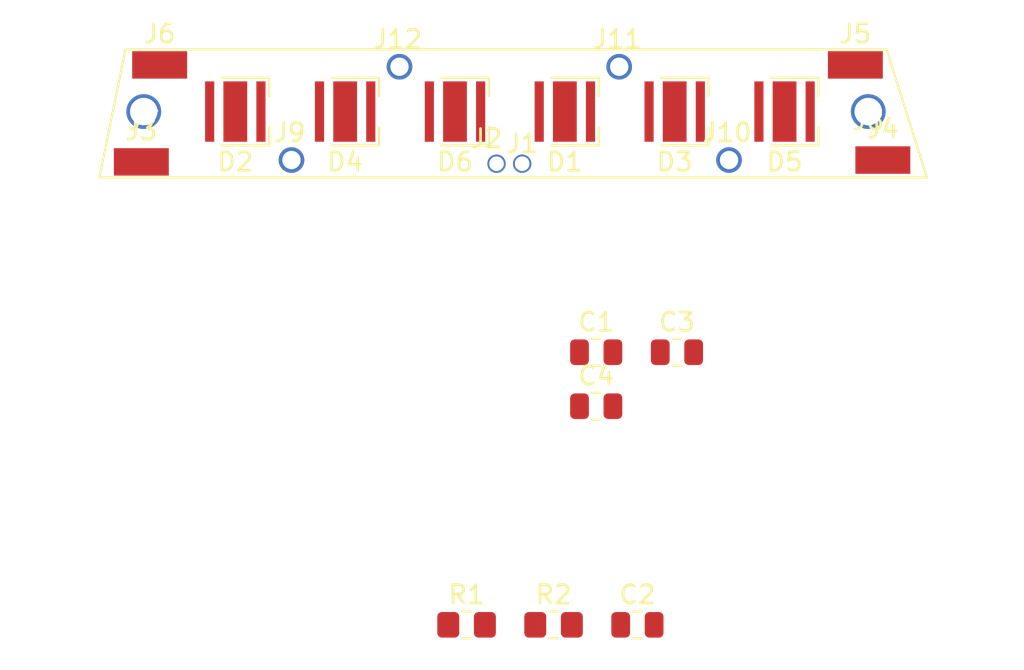
<source format=kicad_pcb>
(kicad_pcb (version 20171130) (host pcbnew "(5.1.9)-1")

  (general
    (thickness 1.6)
    (drawings 4)
    (tracks 0)
    (zones 0)
    (modules 24)
    (nets 10)
  )

  (page A4)
  (layers
    (0 F.Cu signal)
    (31 B.Cu signal)
    (32 B.Adhes user)
    (33 F.Adhes user)
    (34 B.Paste user)
    (35 F.Paste user)
    (36 B.SilkS user)
    (37 F.SilkS user)
    (38 B.Mask user)
    (39 F.Mask user)
    (40 Dwgs.User user)
    (41 Cmts.User user)
    (42 Eco1.User user)
    (43 Eco2.User user)
    (44 Edge.Cuts user)
    (45 Margin user)
    (46 B.CrtYd user)
    (47 F.CrtYd user)
    (48 B.Fab user)
    (49 F.Fab user)
  )

  (setup
    (last_trace_width 0.25)
    (trace_clearance 0.2)
    (zone_clearance 0.508)
    (zone_45_only no)
    (trace_min 0.2)
    (via_size 0.8)
    (via_drill 0.4)
    (via_min_size 0.4)
    (via_min_drill 0.3)
    (uvia_size 0.3)
    (uvia_drill 0.1)
    (uvias_allowed no)
    (uvia_min_size 0.2)
    (uvia_min_drill 0.1)
    (edge_width 0.05)
    (segment_width 0.2)
    (pcb_text_width 0.3)
    (pcb_text_size 1.5 1.5)
    (mod_edge_width 0.12)
    (mod_text_size 1 1)
    (mod_text_width 0.15)
    (pad_size 1.3 3.3)
    (pad_drill 0)
    (pad_to_mask_clearance 0)
    (aux_axis_origin 0 0)
    (visible_elements 7FFFFFFF)
    (pcbplotparams
      (layerselection 0x010fc_ffffffff)
      (usegerberextensions false)
      (usegerberattributes true)
      (usegerberadvancedattributes true)
      (creategerberjobfile true)
      (excludeedgelayer true)
      (linewidth 0.100000)
      (plotframeref false)
      (viasonmask false)
      (mode 1)
      (useauxorigin false)
      (hpglpennumber 1)
      (hpglpenspeed 20)
      (hpglpendiameter 15.000000)
      (psnegative false)
      (psa4output false)
      (plotreference true)
      (plotvalue true)
      (plotinvisibletext false)
      (padsonsilk false)
      (subtractmaskfromsilk false)
      (outputformat 1)
      (mirror false)
      (drillshape 1)
      (scaleselection 1)
      (outputdirectory ""))
  )

  (net 0 "")
  (net 1 "Net-(C1-Pad1)")
  (net 2 "Net-(C1-Pad2)")
  (net 3 "Net-(D1-Pad1)")
  (net 4 "Net-(D2-Pad1)")
  (net 5 "Net-(D3-Pad1)")
  (net 6 "Net-(D4-Pad1)")
  (net 7 "Net-(D5-Pad1)")
  (net 8 "Net-(D6-Pad1)")
  (net 9 GND)

  (net_class Default "This is the default net class."
    (clearance 0.2)
    (trace_width 0.25)
    (via_dia 0.8)
    (via_drill 0.4)
    (uvia_dia 0.3)
    (uvia_drill 0.1)
    (add_net GND)
    (add_net "Net-(C1-Pad1)")
    (add_net "Net-(C1-Pad2)")
    (add_net "Net-(D1-Pad1)")
    (add_net "Net-(D2-Pad1)")
    (add_net "Net-(D3-Pad1)")
    (add_net "Net-(D4-Pad1)")
    (add_net "Net-(D5-Pad1)")
    (add_net "Net-(D6-Pad1)")
  )

  (module pins:WireSidePlate_001 (layer F.Cu) (tedit 61220B6C) (tstamp 61224DC8)
    (at 2.4 7.6)
    (path /6121E8A1)
    (fp_text reference J3 (at 0 0.5) (layer F.SilkS)
      (effects (font (size 1 1) (thickness 0.15)))
    )
    (fp_text value Conn_01x01_Female (at 0 -0.5) (layer F.Fab)
      (effects (font (size 1 1) (thickness 0.15)))
    )
    (pad 1 smd rect (at 0 2.2) (size 3 1.5) (layers F.Cu F.Paste F.Mask)
      (net 9 GND))
  )

  (module pins:WireSidePlate_001 (layer F.Cu) (tedit 61220B6C) (tstamp 61224DCD)
    (at 42.9 7.5)
    (path /6121F038)
    (fp_text reference J4 (at 0 0.5) (layer F.SilkS)
      (effects (font (size 1 1) (thickness 0.15)))
    )
    (fp_text value Conn_01x01_Female (at 0 -0.5) (layer F.Fab)
      (effects (font (size 1 1) (thickness 0.15)))
    )
    (pad 1 smd rect (at 0 2.2) (size 3 1.5) (layers F.Cu F.Paste F.Mask)
      (net 9 GND))
  )

  (module pins:WireSidePlate_001 (layer F.Cu) (tedit 61220B6C) (tstamp 61224DD2)
    (at 41.4 2.3)
    (path /6121F999)
    (fp_text reference J5 (at 0 0.5) (layer F.SilkS)
      (effects (font (size 1 1) (thickness 0.15)))
    )
    (fp_text value Conn_01x01_Female (at 0 -0.5) (layer F.Fab)
      (effects (font (size 1 1) (thickness 0.15)))
    )
    (pad 1 smd rect (at 0 2.2) (size 3 1.5) (layers F.Cu F.Paste F.Mask)
      (net 9 GND))
  )

  (module pins:WireSidePlate_001 (layer F.Cu) (tedit 61220B6C) (tstamp 61224DD7)
    (at 3.4 2.3)
    (path /6122010A)
    (fp_text reference J6 (at 0 0.5) (layer F.SilkS)
      (effects (font (size 1 1) (thickness 0.15)))
    )
    (fp_text value Conn_01x01_Female (at 0 -0.5) (layer F.Fab)
      (effects (font (size 1 1) (thickness 0.15)))
    )
    (pad 1 smd rect (at 0 2.2) (size 3 1.5) (layers F.Cu F.Paste F.Mask)
      (net 9 GND))
  )

  (module Resistor_SMD:R_0805_2012Metric (layer F.Cu) (tedit 5F68FEEE) (tstamp 611C9952)
    (at 27.245001 20.205001)
    (descr "Resistor SMD 0805 (2012 Metric), square (rectangular) end terminal, IPC_7351 nominal, (Body size source: IPC-SM-782 page 72, https://www.pcb-3d.com/wordpress/wp-content/uploads/ipc-sm-782a_amendment_1_and_2.pdf), generated with kicad-footprint-generator")
    (tags resistor)
    (path /611CE72F)
    (attr smd)
    (fp_text reference C1 (at 0 -1.65) (layer F.SilkS)
      (effects (font (size 1 1) (thickness 0.15)))
    )
    (fp_text value C (at 0 1.65) (layer F.Fab)
      (effects (font (size 1 1) (thickness 0.15)))
    )
    (fp_line (start -1 0.625) (end -1 -0.625) (layer F.Fab) (width 0.1))
    (fp_line (start -1 -0.625) (end 1 -0.625) (layer F.Fab) (width 0.1))
    (fp_line (start 1 -0.625) (end 1 0.625) (layer F.Fab) (width 0.1))
    (fp_line (start 1 0.625) (end -1 0.625) (layer F.Fab) (width 0.1))
    (fp_line (start -0.227064 -0.735) (end 0.227064 -0.735) (layer F.SilkS) (width 0.12))
    (fp_line (start -0.227064 0.735) (end 0.227064 0.735) (layer F.SilkS) (width 0.12))
    (fp_line (start -1.68 0.95) (end -1.68 -0.95) (layer F.CrtYd) (width 0.05))
    (fp_line (start -1.68 -0.95) (end 1.68 -0.95) (layer F.CrtYd) (width 0.05))
    (fp_line (start 1.68 -0.95) (end 1.68 0.95) (layer F.CrtYd) (width 0.05))
    (fp_line (start 1.68 0.95) (end -1.68 0.95) (layer F.CrtYd) (width 0.05))
    (fp_text user %R (at 0 0) (layer F.Fab)
      (effects (font (size 0.5 0.5) (thickness 0.08)))
    )
    (pad 1 smd roundrect (at -0.9125 0) (size 1.025 1.4) (layers F.Cu F.Paste F.Mask) (roundrect_rratio 0.243902)
      (net 1 "Net-(C1-Pad1)"))
    (pad 2 smd roundrect (at 0.9125 0) (size 1.025 1.4) (layers F.Cu F.Paste F.Mask) (roundrect_rratio 0.243902)
      (net 2 "Net-(C1-Pad2)"))
    (model ${KISYS3DMOD}/Resistor_SMD.3dshapes/R_0805_2012Metric.wrl
      (at (xyz 0 0 0))
      (scale (xyz 1 1 1))
      (rotate (xyz 0 0 0))
    )
  )

  (module Resistor_SMD:R_0805_2012Metric (layer F.Cu) (tedit 5F68FEEE) (tstamp 611C9963)
    (at 29.495001 35.105001)
    (descr "Resistor SMD 0805 (2012 Metric), square (rectangular) end terminal, IPC_7351 nominal, (Body size source: IPC-SM-782 page 72, https://www.pcb-3d.com/wordpress/wp-content/uploads/ipc-sm-782a_amendment_1_and_2.pdf), generated with kicad-footprint-generator")
    (tags resistor)
    (path /611CEE4D)
    (attr smd)
    (fp_text reference C2 (at 0 -1.65) (layer F.SilkS)
      (effects (font (size 1 1) (thickness 0.15)))
    )
    (fp_text value C (at 0 1.65) (layer F.Fab)
      (effects (font (size 1 1) (thickness 0.15)))
    )
    (fp_line (start 1.68 0.95) (end -1.68 0.95) (layer F.CrtYd) (width 0.05))
    (fp_line (start 1.68 -0.95) (end 1.68 0.95) (layer F.CrtYd) (width 0.05))
    (fp_line (start -1.68 -0.95) (end 1.68 -0.95) (layer F.CrtYd) (width 0.05))
    (fp_line (start -1.68 0.95) (end -1.68 -0.95) (layer F.CrtYd) (width 0.05))
    (fp_line (start -0.227064 0.735) (end 0.227064 0.735) (layer F.SilkS) (width 0.12))
    (fp_line (start -0.227064 -0.735) (end 0.227064 -0.735) (layer F.SilkS) (width 0.12))
    (fp_line (start 1 0.625) (end -1 0.625) (layer F.Fab) (width 0.1))
    (fp_line (start 1 -0.625) (end 1 0.625) (layer F.Fab) (width 0.1))
    (fp_line (start -1 -0.625) (end 1 -0.625) (layer F.Fab) (width 0.1))
    (fp_line (start -1 0.625) (end -1 -0.625) (layer F.Fab) (width 0.1))
    (fp_text user %R (at 0 0) (layer F.Fab)
      (effects (font (size 0.5 0.5) (thickness 0.08)))
    )
    (pad 2 smd roundrect (at 0.9125 0) (size 1.025 1.4) (layers F.Cu F.Paste F.Mask) (roundrect_rratio 0.243902)
      (net 2 "Net-(C1-Pad2)"))
    (pad 1 smd roundrect (at -0.9125 0) (size 1.025 1.4) (layers F.Cu F.Paste F.Mask) (roundrect_rratio 0.243902)
      (net 1 "Net-(C1-Pad1)"))
    (model ${KISYS3DMOD}/Resistor_SMD.3dshapes/R_0805_2012Metric.wrl
      (at (xyz 0 0 0))
      (scale (xyz 1 1 1))
      (rotate (xyz 0 0 0))
    )
  )

  (module Resistor_SMD:R_0805_2012Metric (layer F.Cu) (tedit 5F68FEEE) (tstamp 611C9974)
    (at 31.655001 20.205001)
    (descr "Resistor SMD 0805 (2012 Metric), square (rectangular) end terminal, IPC_7351 nominal, (Body size source: IPC-SM-782 page 72, https://www.pcb-3d.com/wordpress/wp-content/uploads/ipc-sm-782a_amendment_1_and_2.pdf), generated with kicad-footprint-generator")
    (tags resistor)
    (path /611D226B)
    (attr smd)
    (fp_text reference C3 (at 0 -1.65) (layer F.SilkS)
      (effects (font (size 1 1) (thickness 0.15)))
    )
    (fp_text value C (at 0 1.65) (layer F.Fab)
      (effects (font (size 1 1) (thickness 0.15)))
    )
    (fp_line (start -1 0.625) (end -1 -0.625) (layer F.Fab) (width 0.1))
    (fp_line (start -1 -0.625) (end 1 -0.625) (layer F.Fab) (width 0.1))
    (fp_line (start 1 -0.625) (end 1 0.625) (layer F.Fab) (width 0.1))
    (fp_line (start 1 0.625) (end -1 0.625) (layer F.Fab) (width 0.1))
    (fp_line (start -0.227064 -0.735) (end 0.227064 -0.735) (layer F.SilkS) (width 0.12))
    (fp_line (start -0.227064 0.735) (end 0.227064 0.735) (layer F.SilkS) (width 0.12))
    (fp_line (start -1.68 0.95) (end -1.68 -0.95) (layer F.CrtYd) (width 0.05))
    (fp_line (start -1.68 -0.95) (end 1.68 -0.95) (layer F.CrtYd) (width 0.05))
    (fp_line (start 1.68 -0.95) (end 1.68 0.95) (layer F.CrtYd) (width 0.05))
    (fp_line (start 1.68 0.95) (end -1.68 0.95) (layer F.CrtYd) (width 0.05))
    (fp_text user %R (at 0 0) (layer F.Fab)
      (effects (font (size 0.5 0.5) (thickness 0.08)))
    )
    (pad 1 smd roundrect (at -0.9125 0) (size 1.025 1.4) (layers F.Cu F.Paste F.Mask) (roundrect_rratio 0.243902)
      (net 1 "Net-(C1-Pad1)"))
    (pad 2 smd roundrect (at 0.9125 0) (size 1.025 1.4) (layers F.Cu F.Paste F.Mask) (roundrect_rratio 0.243902)
      (net 2 "Net-(C1-Pad2)"))
    (model ${KISYS3DMOD}/Resistor_SMD.3dshapes/R_0805_2012Metric.wrl
      (at (xyz 0 0 0))
      (scale (xyz 1 1 1))
      (rotate (xyz 0 0 0))
    )
  )

  (module Resistor_SMD:R_0805_2012Metric (layer F.Cu) (tedit 5F68FEEE) (tstamp 611C9985)
    (at 27.245001 23.155001)
    (descr "Resistor SMD 0805 (2012 Metric), square (rectangular) end terminal, IPC_7351 nominal, (Body size source: IPC-SM-782 page 72, https://www.pcb-3d.com/wordpress/wp-content/uploads/ipc-sm-782a_amendment_1_and_2.pdf), generated with kicad-footprint-generator")
    (tags resistor)
    (path /611D2271)
    (attr smd)
    (fp_text reference C4 (at 0 -1.65) (layer F.SilkS)
      (effects (font (size 1 1) (thickness 0.15)))
    )
    (fp_text value C (at 0 1.65) (layer F.Fab)
      (effects (font (size 1 1) (thickness 0.15)))
    )
    (fp_line (start 1.68 0.95) (end -1.68 0.95) (layer F.CrtYd) (width 0.05))
    (fp_line (start 1.68 -0.95) (end 1.68 0.95) (layer F.CrtYd) (width 0.05))
    (fp_line (start -1.68 -0.95) (end 1.68 -0.95) (layer F.CrtYd) (width 0.05))
    (fp_line (start -1.68 0.95) (end -1.68 -0.95) (layer F.CrtYd) (width 0.05))
    (fp_line (start -0.227064 0.735) (end 0.227064 0.735) (layer F.SilkS) (width 0.12))
    (fp_line (start -0.227064 -0.735) (end 0.227064 -0.735) (layer F.SilkS) (width 0.12))
    (fp_line (start 1 0.625) (end -1 0.625) (layer F.Fab) (width 0.1))
    (fp_line (start 1 -0.625) (end 1 0.625) (layer F.Fab) (width 0.1))
    (fp_line (start -1 -0.625) (end 1 -0.625) (layer F.Fab) (width 0.1))
    (fp_line (start -1 0.625) (end -1 -0.625) (layer F.Fab) (width 0.1))
    (fp_text user %R (at 0 0) (layer F.Fab)
      (effects (font (size 0.5 0.5) (thickness 0.08)))
    )
    (pad 2 smd roundrect (at 0.9125 0) (size 1.025 1.4) (layers F.Cu F.Paste F.Mask) (roundrect_rratio 0.243902)
      (net 2 "Net-(C1-Pad2)"))
    (pad 1 smd roundrect (at -0.9125 0) (size 1.025 1.4) (layers F.Cu F.Paste F.Mask) (roundrect_rratio 0.243902)
      (net 1 "Net-(C1-Pad1)"))
    (model ${KISYS3DMOD}/Resistor_SMD.3dshapes/R_0805_2012Metric.wrl
      (at (xyz 0 0 0))
      (scale (xyz 1 1 1))
      (rotate (xyz 0 0 0))
    )
  )

  (module LED_SMD:LED_Cree-XHP35 (layer F.Cu) (tedit 5E7E470B) (tstamp 611C99A2)
    (at 25.5318 7.0503 180)
    (descr http://www.cree.com/~/media/Files/Cree/LED-Components-and-Modules/XLamp/Data-and-Binning/ds--XHP35.pdf)
    (tags "LED Cree XHP35")
    (path /611C63E6)
    (attr smd)
    (fp_text reference D1 (at 0 -2.75) (layer F.SilkS)
      (effects (font (size 1 1) (thickness 0.15)))
    )
    (fp_text value LED (at 0 2.75) (layer F.Fab)
      (effects (font (size 1 1) (thickness 0.15)))
    )
    (fp_line (start 0.5 0.5) (end -0.5 0) (layer F.Fab) (width 0.1))
    (fp_line (start 0.5 -0.5) (end 0.5 0.5) (layer F.Fab) (width 0.1))
    (fp_line (start -0.5 0) (end 0.5 -0.5) (layer F.Fab) (width 0.1))
    (fp_line (start -0.5 -0.5) (end -0.5 0.5) (layer F.Fab) (width 0.1))
    (fp_line (start -1.25 0) (end -0.5 0) (layer F.Fab) (width 0.1))
    (fp_line (start 1.25 0) (end 0.5 0) (layer F.Fab) (width 0.1))
    (fp_line (start -1.9 -1.9) (end -1.9 1.9) (layer F.CrtYd) (width 0.05))
    (fp_line (start 1.9 -1.9) (end -1.9 -1.9) (layer F.CrtYd) (width 0.05))
    (fp_line (start 1.9 1.9) (end 1.9 -1.9) (layer F.CrtYd) (width 0.05))
    (fp_line (start -1.9 1.9) (end 1.9 1.9) (layer F.CrtYd) (width 0.05))
    (fp_line (start -1.85 1.85) (end -1.85 0.85) (layer F.SilkS) (width 0.12))
    (fp_line (start 0.75 1.85) (end -1.85 1.85) (layer F.SilkS) (width 0.12))
    (fp_line (start -1.85 -1.85) (end -1.85 -0.85) (layer F.SilkS) (width 0.12))
    (fp_line (start 0.75 -1.85) (end -1.85 -1.85) (layer F.SilkS) (width 0.12))
    (fp_line (start -1.65 1.65) (end -1.65 -1.65) (layer F.Fab) (width 0.1))
    (fp_line (start 1.65 1.65) (end -1.65 1.65) (layer F.Fab) (width 0.1))
    (fp_line (start 1.65 -1.65) (end 1.65 1.65) (layer F.Fab) (width 0.1))
    (fp_line (start -1.65 -1.65) (end 1.65 -1.65) (layer F.Fab) (width 0.1))
    (fp_text user %R (at 0 0) (layer F.Fab)
      (effects (font (size 0.8 0.8) (thickness 0.08)))
    )
    (pad "" smd rect (at 0 0 180) (size 1.01 0.75) (layers F.Paste))
    (pad "" smd rect (at 0 -1 180) (size 1.01 0.75) (layers F.Paste))
    (pad "" smd rect (at 0 1 180) (size 1.01 0.75) (layers F.Paste))
    (pad 3 smd rect (at 0 0 180) (size 1.3 3.3) (layers F.Cu F.Mask))
    (pad 1 smd rect (at -1.4 0 180) (size 0.5 3.3) (layers F.Cu F.Paste F.Mask)
      (net 3 "Net-(D1-Pad1)"))
    (pad 2 smd rect (at 1.4 0 180) (size 0.5 3.3) (layers F.Cu F.Paste F.Mask)
      (net 1 "Net-(C1-Pad1)"))
    (model ${KISYS3DMOD}/LED_SMD.3dshapes/LED_Cree-XHP35.wrl
      (at (xyz 0 0 0))
      (scale (xyz 1 1 1))
      (rotate (xyz 0 0 0))
    )
  )

  (module LED_SMD:LED_Cree-XHP35 (layer F.Cu) (tedit 611D3B38) (tstamp 611C99BF)
    (at 7.5318 7.0503 180)
    (descr http://www.cree.com/~/media/Files/Cree/LED-Components-and-Modules/XLamp/Data-and-Binning/ds--XHP35.pdf)
    (tags "LED Cree XHP35")
    (path /611C3954)
    (attr smd)
    (fp_text reference D2 (at 0 -2.75) (layer F.SilkS)
      (effects (font (size 1 1) (thickness 0.15)))
    )
    (fp_text value LED (at 0 2.75) (layer F.Fab)
      (effects (font (size 1 1) (thickness 0.15)))
    )
    (fp_line (start -1.65 -1.65) (end 1.65 -1.65) (layer F.Fab) (width 0.1))
    (fp_line (start 1.65 -1.65) (end 1.65 1.65) (layer F.Fab) (width 0.1))
    (fp_line (start 1.65 1.65) (end -1.65 1.65) (layer F.Fab) (width 0.1))
    (fp_line (start -1.65 1.65) (end -1.65 -1.65) (layer F.Fab) (width 0.1))
    (fp_line (start 0.75 -1.85) (end -1.85 -1.85) (layer F.SilkS) (width 0.12))
    (fp_line (start -1.85 -1.85) (end -1.85 -0.85) (layer F.SilkS) (width 0.12))
    (fp_line (start 0.75 1.85) (end -1.85 1.85) (layer F.SilkS) (width 0.12))
    (fp_line (start -1.85 1.85) (end -1.85 0.85) (layer F.SilkS) (width 0.12))
    (fp_line (start -1.9 1.9) (end 1.9 1.9) (layer F.CrtYd) (width 0.05))
    (fp_line (start 1.9 1.9) (end 1.9 -1.9) (layer F.CrtYd) (width 0.05))
    (fp_line (start 1.9 -1.9) (end -1.9 -1.9) (layer F.CrtYd) (width 0.05))
    (fp_line (start -1.9 -1.9) (end -1.9 1.9) (layer F.CrtYd) (width 0.05))
    (fp_line (start 1.25 0) (end 0.5 0) (layer F.Fab) (width 0.1))
    (fp_line (start -1.25 0) (end -0.5 0) (layer F.Fab) (width 0.1))
    (fp_line (start -0.5 -0.5) (end -0.5 0.5) (layer F.Fab) (width 0.1))
    (fp_line (start -0.5 0) (end 0.5 -0.5) (layer F.Fab) (width 0.1))
    (fp_line (start 0.5 -0.5) (end 0.5 0.5) (layer F.Fab) (width 0.1))
    (fp_line (start 0.5 0.5) (end -0.5 0) (layer F.Fab) (width 0.1))
    (fp_text user %R (at 0 0) (layer F.Fab)
      (effects (font (size 0.8 0.8) (thickness 0.08)))
    )
    (pad 2 smd rect (at 1.4 0 180) (size 0.5 3.3) (layers F.Cu F.Paste F.Mask)
      (net 1 "Net-(C1-Pad1)"))
    (pad 1 smd rect (at -1.4 0 180) (size 0.5 3.3) (layers F.Cu F.Paste F.Mask)
      (net 4 "Net-(D2-Pad1)"))
    (pad 3 smd rect (at 0 0 180) (size 1.3 3.3) (layers F.Cu F.Mask))
    (pad "" smd rect (at 0 1 180) (size 1.01 0.75) (layers F.Paste))
    (pad "" smd rect (at 0 -1 180) (size 1.01 0.75) (layers F.Paste))
    (pad "" smd rect (at 0 0 180) (size 1.01 0.75) (layers F.Paste))
    (model ${KISYS3DMOD}/LED_SMD.3dshapes/LED_Cree-XHP35.wrl
      (at (xyz 0 0 0))
      (scale (xyz 1 1 1))
      (rotate (xyz 0 0 0))
    )
  )

  (module LED_SMD:LED_Cree-XHP35 (layer F.Cu) (tedit 5E7E470B) (tstamp 611C99DC)
    (at 31.5318 7.0503 180)
    (descr http://www.cree.com/~/media/Files/Cree/LED-Components-and-Modules/XLamp/Data-and-Binning/ds--XHP35.pdf)
    (tags "LED Cree XHP35")
    (path /611C8036)
    (attr smd)
    (fp_text reference D3 (at 0 -2.75) (layer F.SilkS)
      (effects (font (size 1 1) (thickness 0.15)))
    )
    (fp_text value LED (at 0 2.75) (layer F.Fab)
      (effects (font (size 1 1) (thickness 0.15)))
    )
    (fp_line (start -1.65 -1.65) (end 1.65 -1.65) (layer F.Fab) (width 0.1))
    (fp_line (start 1.65 -1.65) (end 1.65 1.65) (layer F.Fab) (width 0.1))
    (fp_line (start 1.65 1.65) (end -1.65 1.65) (layer F.Fab) (width 0.1))
    (fp_line (start -1.65 1.65) (end -1.65 -1.65) (layer F.Fab) (width 0.1))
    (fp_line (start 0.75 -1.85) (end -1.85 -1.85) (layer F.SilkS) (width 0.12))
    (fp_line (start -1.85 -1.85) (end -1.85 -0.85) (layer F.SilkS) (width 0.12))
    (fp_line (start 0.75 1.85) (end -1.85 1.85) (layer F.SilkS) (width 0.12))
    (fp_line (start -1.85 1.85) (end -1.85 0.85) (layer F.SilkS) (width 0.12))
    (fp_line (start -1.9 1.9) (end 1.9 1.9) (layer F.CrtYd) (width 0.05))
    (fp_line (start 1.9 1.9) (end 1.9 -1.9) (layer F.CrtYd) (width 0.05))
    (fp_line (start 1.9 -1.9) (end -1.9 -1.9) (layer F.CrtYd) (width 0.05))
    (fp_line (start -1.9 -1.9) (end -1.9 1.9) (layer F.CrtYd) (width 0.05))
    (fp_line (start 1.25 0) (end 0.5 0) (layer F.Fab) (width 0.1))
    (fp_line (start -1.25 0) (end -0.5 0) (layer F.Fab) (width 0.1))
    (fp_line (start -0.5 -0.5) (end -0.5 0.5) (layer F.Fab) (width 0.1))
    (fp_line (start -0.5 0) (end 0.5 -0.5) (layer F.Fab) (width 0.1))
    (fp_line (start 0.5 -0.5) (end 0.5 0.5) (layer F.Fab) (width 0.1))
    (fp_line (start 0.5 0.5) (end -0.5 0) (layer F.Fab) (width 0.1))
    (fp_text user %R (at 0 0) (layer F.Fab)
      (effects (font (size 0.8 0.8) (thickness 0.08)))
    )
    (pad 2 smd rect (at 1.4 0 180) (size 0.5 3.3) (layers F.Cu F.Paste F.Mask)
      (net 3 "Net-(D1-Pad1)"))
    (pad 1 smd rect (at -1.4 0 180) (size 0.5 3.3) (layers F.Cu F.Paste F.Mask)
      (net 5 "Net-(D3-Pad1)"))
    (pad 3 smd rect (at 0 0 180) (size 1.3 3.3) (layers F.Cu F.Mask))
    (pad "" smd rect (at 0 1 180) (size 1.01 0.75) (layers F.Paste))
    (pad "" smd rect (at 0 -1 180) (size 1.01 0.75) (layers F.Paste))
    (pad "" smd rect (at 0 0 180) (size 1.01 0.75) (layers F.Paste))
    (model ${KISYS3DMOD}/LED_SMD.3dshapes/LED_Cree-XHP35.wrl
      (at (xyz 0 0 0))
      (scale (xyz 1 1 1))
      (rotate (xyz 0 0 0))
    )
  )

  (module LED_SMD:LED_Cree-XHP35 (layer F.Cu) (tedit 5E7E470B) (tstamp 611C99F9)
    (at 13.5318 7.0503 180)
    (descr http://www.cree.com/~/media/Files/Cree/LED-Components-and-Modules/XLamp/Data-and-Binning/ds--XHP35.pdf)
    (tags "LED Cree XHP35")
    (path /611C5107)
    (attr smd)
    (fp_text reference D4 (at 0 -2.75) (layer F.SilkS)
      (effects (font (size 1 1) (thickness 0.15)))
    )
    (fp_text value LED (at 0 2.75) (layer F.Fab)
      (effects (font (size 1 1) (thickness 0.15)))
    )
    (fp_line (start 0.5 0.5) (end -0.5 0) (layer F.Fab) (width 0.1))
    (fp_line (start 0.5 -0.5) (end 0.5 0.5) (layer F.Fab) (width 0.1))
    (fp_line (start -0.5 0) (end 0.5 -0.5) (layer F.Fab) (width 0.1))
    (fp_line (start -0.5 -0.5) (end -0.5 0.5) (layer F.Fab) (width 0.1))
    (fp_line (start -1.25 0) (end -0.5 0) (layer F.Fab) (width 0.1))
    (fp_line (start 1.25 0) (end 0.5 0) (layer F.Fab) (width 0.1))
    (fp_line (start -1.9 -1.9) (end -1.9 1.9) (layer F.CrtYd) (width 0.05))
    (fp_line (start 1.9 -1.9) (end -1.9 -1.9) (layer F.CrtYd) (width 0.05))
    (fp_line (start 1.9 1.9) (end 1.9 -1.9) (layer F.CrtYd) (width 0.05))
    (fp_line (start -1.9 1.9) (end 1.9 1.9) (layer F.CrtYd) (width 0.05))
    (fp_line (start -1.85 1.85) (end -1.85 0.85) (layer F.SilkS) (width 0.12))
    (fp_line (start 0.75 1.85) (end -1.85 1.85) (layer F.SilkS) (width 0.12))
    (fp_line (start -1.85 -1.85) (end -1.85 -0.85) (layer F.SilkS) (width 0.12))
    (fp_line (start 0.75 -1.85) (end -1.85 -1.85) (layer F.SilkS) (width 0.12))
    (fp_line (start -1.65 1.65) (end -1.65 -1.65) (layer F.Fab) (width 0.1))
    (fp_line (start 1.65 1.65) (end -1.65 1.65) (layer F.Fab) (width 0.1))
    (fp_line (start 1.65 -1.65) (end 1.65 1.65) (layer F.Fab) (width 0.1))
    (fp_line (start -1.65 -1.65) (end 1.65 -1.65) (layer F.Fab) (width 0.1))
    (fp_text user %R (at 0 0) (layer F.Fab)
      (effects (font (size 0.8 0.8) (thickness 0.08)))
    )
    (pad "" smd rect (at 0 0 180) (size 1.01 0.75) (layers F.Paste))
    (pad "" smd rect (at 0 -1 180) (size 1.01 0.75) (layers F.Paste))
    (pad "" smd rect (at 0 1 180) (size 1.01 0.75) (layers F.Paste))
    (pad 3 smd rect (at 0 0 180) (size 1.3 3.3) (layers F.Cu F.Mask))
    (pad 1 smd rect (at -1.4 0 180) (size 0.5 3.3) (layers F.Cu F.Paste F.Mask)
      (net 6 "Net-(D4-Pad1)"))
    (pad 2 smd rect (at 1.4 0 180) (size 0.5 3.3) (layers F.Cu F.Paste F.Mask)
      (net 4 "Net-(D2-Pad1)"))
    (model ${KISYS3DMOD}/LED_SMD.3dshapes/LED_Cree-XHP35.wrl
      (at (xyz 0 0 0))
      (scale (xyz 1 1 1))
      (rotate (xyz 0 0 0))
    )
  )

  (module LED_SMD:LED_Cree-XHP35 (layer F.Cu) (tedit 5E7E470B) (tstamp 611C9A16)
    (at 37.5318 7.0503 180)
    (descr http://www.cree.com/~/media/Files/Cree/LED-Components-and-Modules/XLamp/Data-and-Binning/ds--XHP35.pdf)
    (tags "LED Cree XHP35")
    (path /611C803C)
    (attr smd)
    (fp_text reference D5 (at 0 -2.75) (layer F.SilkS)
      (effects (font (size 1 1) (thickness 0.15)))
    )
    (fp_text value LED (at 0 2.75) (layer F.Fab)
      (effects (font (size 1 1) (thickness 0.15)))
    )
    (fp_line (start 0.5 0.5) (end -0.5 0) (layer F.Fab) (width 0.1))
    (fp_line (start 0.5 -0.5) (end 0.5 0.5) (layer F.Fab) (width 0.1))
    (fp_line (start -0.5 0) (end 0.5 -0.5) (layer F.Fab) (width 0.1))
    (fp_line (start -0.5 -0.5) (end -0.5 0.5) (layer F.Fab) (width 0.1))
    (fp_line (start -1.25 0) (end -0.5 0) (layer F.Fab) (width 0.1))
    (fp_line (start 1.25 0) (end 0.5 0) (layer F.Fab) (width 0.1))
    (fp_line (start -1.9 -1.9) (end -1.9 1.9) (layer F.CrtYd) (width 0.05))
    (fp_line (start 1.9 -1.9) (end -1.9 -1.9) (layer F.CrtYd) (width 0.05))
    (fp_line (start 1.9 1.9) (end 1.9 -1.9) (layer F.CrtYd) (width 0.05))
    (fp_line (start -1.9 1.9) (end 1.9 1.9) (layer F.CrtYd) (width 0.05))
    (fp_line (start -1.85 1.85) (end -1.85 0.85) (layer F.SilkS) (width 0.12))
    (fp_line (start 0.75 1.85) (end -1.85 1.85) (layer F.SilkS) (width 0.12))
    (fp_line (start -1.85 -1.85) (end -1.85 -0.85) (layer F.SilkS) (width 0.12))
    (fp_line (start 0.75 -1.85) (end -1.85 -1.85) (layer F.SilkS) (width 0.12))
    (fp_line (start -1.65 1.65) (end -1.65 -1.65) (layer F.Fab) (width 0.1))
    (fp_line (start 1.65 1.65) (end -1.65 1.65) (layer F.Fab) (width 0.1))
    (fp_line (start 1.65 -1.65) (end 1.65 1.65) (layer F.Fab) (width 0.1))
    (fp_line (start -1.65 -1.65) (end 1.65 -1.65) (layer F.Fab) (width 0.1))
    (fp_text user %R (at 0 0) (layer F.Fab)
      (effects (font (size 0.8 0.8) (thickness 0.08)))
    )
    (pad "" smd rect (at 0 0 180) (size 1.01 0.75) (layers F.Paste))
    (pad "" smd rect (at 0 -1 180) (size 1.01 0.75) (layers F.Paste))
    (pad "" smd rect (at 0 1 180) (size 1.01 0.75) (layers F.Paste))
    (pad 3 smd rect (at 0 0 180) (size 1.3 3.3) (layers F.Cu F.Mask))
    (pad 1 smd rect (at -1.4 0 180) (size 0.5 3.3) (layers F.Cu F.Paste F.Mask)
      (net 7 "Net-(D5-Pad1)"))
    (pad 2 smd rect (at 1.4 0 180) (size 0.5 3.3) (layers F.Cu F.Paste F.Mask)
      (net 5 "Net-(D3-Pad1)"))
    (model ${KISYS3DMOD}/LED_SMD.3dshapes/LED_Cree-XHP35.wrl
      (at (xyz 0 0 0))
      (scale (xyz 1 1 1))
      (rotate (xyz 0 0 0))
    )
  )

  (module LED_SMD:LED_Cree-XHP35 (layer F.Cu) (tedit 5E7E470B) (tstamp 611C9A33)
    (at 19.5318 7.0503 180)
    (descr http://www.cree.com/~/media/Files/Cree/LED-Components-and-Modules/XLamp/Data-and-Binning/ds--XHP35.pdf)
    (tags "LED Cree XHP35")
    (path /611C63E0)
    (attr smd)
    (fp_text reference D6 (at 0 -2.75) (layer F.SilkS)
      (effects (font (size 1 1) (thickness 0.15)))
    )
    (fp_text value LED (at 0 2.75) (layer F.Fab)
      (effects (font (size 1 1) (thickness 0.15)))
    )
    (fp_line (start -1.65 -1.65) (end 1.65 -1.65) (layer F.Fab) (width 0.1))
    (fp_line (start 1.65 -1.65) (end 1.65 1.65) (layer F.Fab) (width 0.1))
    (fp_line (start 1.65 1.65) (end -1.65 1.65) (layer F.Fab) (width 0.1))
    (fp_line (start -1.65 1.65) (end -1.65 -1.65) (layer F.Fab) (width 0.1))
    (fp_line (start 0.75 -1.85) (end -1.85 -1.85) (layer F.SilkS) (width 0.12))
    (fp_line (start -1.85 -1.85) (end -1.85 -0.85) (layer F.SilkS) (width 0.12))
    (fp_line (start 0.75 1.85) (end -1.85 1.85) (layer F.SilkS) (width 0.12))
    (fp_line (start -1.85 1.85) (end -1.85 0.85) (layer F.SilkS) (width 0.12))
    (fp_line (start -1.9 1.9) (end 1.9 1.9) (layer F.CrtYd) (width 0.05))
    (fp_line (start 1.9 1.9) (end 1.9 -1.9) (layer F.CrtYd) (width 0.05))
    (fp_line (start 1.9 -1.9) (end -1.9 -1.9) (layer F.CrtYd) (width 0.05))
    (fp_line (start -1.9 -1.9) (end -1.9 1.9) (layer F.CrtYd) (width 0.05))
    (fp_line (start 1.25 0) (end 0.5 0) (layer F.Fab) (width 0.1))
    (fp_line (start -1.25 0) (end -0.5 0) (layer F.Fab) (width 0.1))
    (fp_line (start -0.5 -0.5) (end -0.5 0.5) (layer F.Fab) (width 0.1))
    (fp_line (start -0.5 0) (end 0.5 -0.5) (layer F.Fab) (width 0.1))
    (fp_line (start 0.5 -0.5) (end 0.5 0.5) (layer F.Fab) (width 0.1))
    (fp_line (start 0.5 0.5) (end -0.5 0) (layer F.Fab) (width 0.1))
    (fp_text user %R (at 0 0) (layer F.Fab)
      (effects (font (size 0.8 0.8) (thickness 0.08)))
    )
    (pad 2 smd rect (at 1.4 0 180) (size 0.5 3.3) (layers F.Cu F.Paste F.Mask)
      (net 6 "Net-(D4-Pad1)"))
    (pad 1 smd rect (at -1.4 0 180) (size 0.5 3.3) (layers F.Cu F.Paste F.Mask)
      (net 8 "Net-(D6-Pad1)"))
    (pad 3 smd rect (at 0 0 180) (size 1.3 3.3) (layers F.Cu F.Mask))
    (pad "" smd rect (at 0 1 180) (size 1.01 0.75) (layers F.Paste))
    (pad "" smd rect (at 0 -1 180) (size 1.01 0.75) (layers F.Paste))
    (pad "" smd rect (at 0 0 180) (size 1.01 0.75) (layers F.Paste))
    (model ${KISYS3DMOD}/LED_SMD.3dshapes/LED_Cree-XHP35.wrl
      (at (xyz 0 0 0))
      (scale (xyz 1 1 1))
      (rotate (xyz 0 0 0))
    )
  )

  (module pins:pin_0.8 (layer F.Cu) (tedit 60E69780) (tstamp 611C9A38)
    (at 23.2 8.3)
    (path /611CC688)
    (fp_text reference J1 (at 0 0.5) (layer F.SilkS)
      (effects (font (size 1 1) (thickness 0.15)))
    )
    (fp_text value Conn_01x01_Female (at 0 -0.5) (layer F.Fab)
      (effects (font (size 1 1) (thickness 0.15)))
    )
    (pad 1 thru_hole circle (at 0 1.6) (size 1 1) (drill 0.8) (layers *.Cu *.Mask)
      (net 1 "Net-(C1-Pad1)"))
  )

  (module pins:pin_0.8 (layer F.Cu) (tedit 60E69780) (tstamp 611C9A3D)
    (at 21.8 8.3)
    (path /611CDD3C)
    (fp_text reference J2 (at -0.54 0.22) (layer F.SilkS)
      (effects (font (size 1 1) (thickness 0.15)))
    )
    (fp_text value Conn_01x01_Female (at 0 -0.5) (layer F.Fab)
      (effects (font (size 1 1) (thickness 0.15)))
    )
    (pad 1 thru_hole circle (at 0 1.6) (size 1 1) (drill 0.8) (layers *.Cu *.Mask)
      (net 2 "Net-(C1-Pad2)"))
  )

  (module Resistor_SMD:R_0805_2012Metric_Pad1.20x1.40mm_HandSolder (layer F.Cu) (tedit 5F68FEEE) (tstamp 611C9A4E)
    (at 20.165001 35.105001)
    (descr "Resistor SMD 0805 (2012 Metric), square (rectangular) end terminal, IPC_7351 nominal with elongated pad for handsoldering. (Body size source: IPC-SM-782 page 72, https://www.pcb-3d.com/wordpress/wp-content/uploads/ipc-sm-782a_amendment_1_and_2.pdf), generated with kicad-footprint-generator")
    (tags "resistor handsolder")
    (path /611CAFF0)
    (attr smd)
    (fp_text reference R1 (at 0 -1.65) (layer F.SilkS)
      (effects (font (size 1 1) (thickness 0.15)))
    )
    (fp_text value R (at 0 1.65) (layer F.Fab)
      (effects (font (size 1 1) (thickness 0.15)))
    )
    (fp_line (start -1 0.625) (end -1 -0.625) (layer F.Fab) (width 0.1))
    (fp_line (start -1 -0.625) (end 1 -0.625) (layer F.Fab) (width 0.1))
    (fp_line (start 1 -0.625) (end 1 0.625) (layer F.Fab) (width 0.1))
    (fp_line (start 1 0.625) (end -1 0.625) (layer F.Fab) (width 0.1))
    (fp_line (start -0.227064 -0.735) (end 0.227064 -0.735) (layer F.SilkS) (width 0.12))
    (fp_line (start -0.227064 0.735) (end 0.227064 0.735) (layer F.SilkS) (width 0.12))
    (fp_line (start -1.85 0.95) (end -1.85 -0.95) (layer F.CrtYd) (width 0.05))
    (fp_line (start -1.85 -0.95) (end 1.85 -0.95) (layer F.CrtYd) (width 0.05))
    (fp_line (start 1.85 -0.95) (end 1.85 0.95) (layer F.CrtYd) (width 0.05))
    (fp_line (start 1.85 0.95) (end -1.85 0.95) (layer F.CrtYd) (width 0.05))
    (fp_text user %R (at 0 0) (layer F.Fab)
      (effects (font (size 0.5 0.5) (thickness 0.08)))
    )
    (pad 1 smd roundrect (at -1 0) (size 1.2 1.4) (layers F.Cu F.Paste F.Mask) (roundrect_rratio 0.208333)
      (net 2 "Net-(C1-Pad2)"))
    (pad 2 smd roundrect (at 1 0) (size 1.2 1.4) (layers F.Cu F.Paste F.Mask) (roundrect_rratio 0.208333)
      (net 7 "Net-(D5-Pad1)"))
    (model ${KISYS3DMOD}/Resistor_SMD.3dshapes/R_0805_2012Metric.wrl
      (at (xyz 0 0 0))
      (scale (xyz 1 1 1))
      (rotate (xyz 0 0 0))
    )
  )

  (module Resistor_SMD:R_0805_2012Metric_Pad1.20x1.40mm_HandSolder (layer F.Cu) (tedit 5F68FEEE) (tstamp 611C9A5F)
    (at 24.915001 35.105001)
    (descr "Resistor SMD 0805 (2012 Metric), square (rectangular) end terminal, IPC_7351 nominal with elongated pad for handsoldering. (Body size source: IPC-SM-782 page 72, https://www.pcb-3d.com/wordpress/wp-content/uploads/ipc-sm-782a_amendment_1_and_2.pdf), generated with kicad-footprint-generator")
    (tags "resistor handsolder")
    (path /611CBB1F)
    (attr smd)
    (fp_text reference R2 (at 0 -1.65) (layer F.SilkS)
      (effects (font (size 1 1) (thickness 0.15)))
    )
    (fp_text value R (at 0 1.65) (layer F.Fab)
      (effects (font (size 1 1) (thickness 0.15)))
    )
    (fp_line (start 1.85 0.95) (end -1.85 0.95) (layer F.CrtYd) (width 0.05))
    (fp_line (start 1.85 -0.95) (end 1.85 0.95) (layer F.CrtYd) (width 0.05))
    (fp_line (start -1.85 -0.95) (end 1.85 -0.95) (layer F.CrtYd) (width 0.05))
    (fp_line (start -1.85 0.95) (end -1.85 -0.95) (layer F.CrtYd) (width 0.05))
    (fp_line (start -0.227064 0.735) (end 0.227064 0.735) (layer F.SilkS) (width 0.12))
    (fp_line (start -0.227064 -0.735) (end 0.227064 -0.735) (layer F.SilkS) (width 0.12))
    (fp_line (start 1 0.625) (end -1 0.625) (layer F.Fab) (width 0.1))
    (fp_line (start 1 -0.625) (end 1 0.625) (layer F.Fab) (width 0.1))
    (fp_line (start -1 -0.625) (end 1 -0.625) (layer F.Fab) (width 0.1))
    (fp_line (start -1 0.625) (end -1 -0.625) (layer F.Fab) (width 0.1))
    (fp_text user %R (at 0 0) (layer F.Fab)
      (effects (font (size 0.5 0.5) (thickness 0.08)))
    )
    (pad 2 smd roundrect (at 1 0) (size 1.2 1.4) (layers F.Cu F.Paste F.Mask) (roundrect_rratio 0.208333)
      (net 8 "Net-(D6-Pad1)"))
    (pad 1 smd roundrect (at -1 0) (size 1.2 1.4) (layers F.Cu F.Paste F.Mask) (roundrect_rratio 0.208333)
      (net 2 "Net-(C1-Pad2)"))
    (model ${KISYS3DMOD}/Resistor_SMD.3dshapes/R_0805_2012Metric.wrl
      (at (xyz 0 0 0))
      (scale (xyz 1 1 1))
      (rotate (xyz 0 0 0))
    )
  )

  (module pins:pin_1.5 (layer F.Cu) (tedit 6121F842) (tstamp 61224DDC)
    (at 2.5318 7.0503)
    (path /61220A38)
    (fp_text reference J7 (at 0 0.5) (layer F.SilkS)
      (effects (font (size 1 1) (thickness 0.15)))
    )
    (fp_text value Conn_01x01_Female (at 0 -0.5) (layer F.Fab)
      (effects (font (size 1 1) (thickness 0.15)))
    )
    (pad 1 thru_hole circle (at 0 0) (size 1.9 1.9) (drill 1.5) (layers *.Cu *.Mask)
      (net 9 GND))
  )

  (module pins:pin_1.5 (layer F.Cu) (tedit 6121F85C) (tstamp 61224DE1)
    (at 42.1043 7.0503)
    (path /6122126C)
    (fp_text reference J8 (at 0 0.5) (layer F.SilkS)
      (effects (font (size 1 1) (thickness 0.15)))
    )
    (fp_text value Conn_01x01_Female (at 0 -0.5) (layer F.Fab)
      (effects (font (size 1 1) (thickness 0.15)))
    )
    (pad 1 thru_hole circle (at 0 0) (size 1.9 1.9) (drill 1.5) (layers *.Cu *.Mask)
      (net 9 GND))
  )

  (module pins:pin_1.0 (layer F.Cu) (tedit 6121F186) (tstamp 61224DE6)
    (at 10.5 7.7)
    (path /61225C0A)
    (fp_text reference J9 (at 0 0.5) (layer F.SilkS)
      (effects (font (size 1 1) (thickness 0.15)))
    )
    (fp_text value Conn_01x01_Female (at 0 -0.5) (layer F.Fab)
      (effects (font (size 1 1) (thickness 0.15)))
    )
    (pad 1 thru_hole circle (at 0.1 2) (size 1.4 1.4) (drill 1) (layers *.Cu *.Mask)
      (net 9 GND))
  )

  (module pins:pin_1.0 (layer F.Cu) (tedit 6121F186) (tstamp 61224DEB)
    (at 34.4 7.7)
    (path /61225C10)
    (fp_text reference J10 (at 0 0.5) (layer F.SilkS)
      (effects (font (size 1 1) (thickness 0.15)))
    )
    (fp_text value Conn_01x01_Female (at 0 -0.5) (layer F.Fab)
      (effects (font (size 1 1) (thickness 0.15)))
    )
    (pad 1 thru_hole circle (at 0.1 2) (size 1.4 1.4) (drill 1) (layers *.Cu *.Mask)
      (net 9 GND))
  )

  (module pins:pin_1.0 (layer F.Cu) (tedit 6121F186) (tstamp 61224DF0)
    (at 28.4 2.6)
    (path /61225C16)
    (fp_text reference J11 (at 0 0.5) (layer F.SilkS)
      (effects (font (size 1 1) (thickness 0.15)))
    )
    (fp_text value Conn_01x01_Female (at 0 -0.5) (layer F.Fab)
      (effects (font (size 1 1) (thickness 0.15)))
    )
    (pad 1 thru_hole circle (at 0.1 2) (size 1.4 1.4) (drill 1) (layers *.Cu *.Mask)
      (net 9 GND))
  )

  (module pins:pin_1.0 (layer F.Cu) (tedit 6121F186) (tstamp 61224DF5)
    (at 16.4 2.6)
    (path /61225C1C)
    (fp_text reference J12 (at 0 0.5) (layer F.SilkS)
      (effects (font (size 1 1) (thickness 0.15)))
    )
    (fp_text value Conn_01x01_Female (at 0 -0.5) (layer F.Fab)
      (effects (font (size 1 1) (thickness 0.15)))
    )
    (pad 1 thru_hole circle (at 0.1 2) (size 1.4 1.4) (drill 1) (layers *.Cu *.Mask)
      (net 9 GND))
  )

  (gr_line (start 43.1043 3.6503) (end 1.5318 3.6503) (angle 90) (layer F.SilkS) (width 0.12))
  (gr_line (start 45.308 10.6503) (end 43.1043 3.6503) (angle 90) (layer F.SilkS) (width 0.12))
  (gr_line (start 0.1125 10.6503) (end 45.308 10.6503) (angle 90) (layer F.SilkS) (width 0.12))
  (gr_line (start 1.5318 3.6503) (end 0.1125 10.6503) (angle 90) (layer F.SilkS) (width 0.12))

)

</source>
